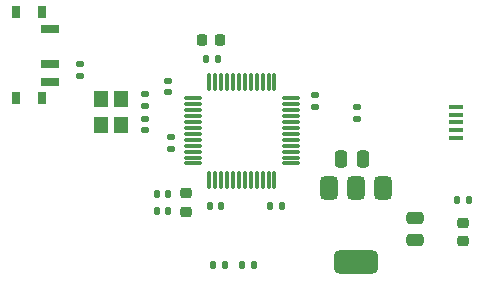
<source format=gbr>
%TF.GenerationSoftware,KiCad,Pcbnew,9.0.1*%
%TF.CreationDate,2025-05-17T01:13:42+02:00*%
%TF.ProjectId,kurs,6b757273-2e6b-4696-9361-645f70636258,rev?*%
%TF.SameCoordinates,Original*%
%TF.FileFunction,Paste,Top*%
%TF.FilePolarity,Positive*%
%FSLAX46Y46*%
G04 Gerber Fmt 4.6, Leading zero omitted, Abs format (unit mm)*
G04 Created by KiCad (PCBNEW 9.0.1) date 2025-05-17 01:13:42*
%MOMM*%
%LPD*%
G01*
G04 APERTURE LIST*
G04 Aperture macros list*
%AMRoundRect*
0 Rectangle with rounded corners*
0 $1 Rounding radius*
0 $2 $3 $4 $5 $6 $7 $8 $9 X,Y pos of 4 corners*
0 Add a 4 corners polygon primitive as box body*
4,1,4,$2,$3,$4,$5,$6,$7,$8,$9,$2,$3,0*
0 Add four circle primitives for the rounded corners*
1,1,$1+$1,$2,$3*
1,1,$1+$1,$4,$5*
1,1,$1+$1,$6,$7*
1,1,$1+$1,$8,$9*
0 Add four rect primitives between the rounded corners*
20,1,$1+$1,$2,$3,$4,$5,0*
20,1,$1+$1,$4,$5,$6,$7,0*
20,1,$1+$1,$6,$7,$8,$9,0*
20,1,$1+$1,$8,$9,$2,$3,0*%
G04 Aperture macros list end*
%ADD10R,0.800000X1.000000*%
%ADD11R,1.500000X0.700000*%
%ADD12R,1.200000X1.400000*%
%ADD13RoundRect,0.218750X0.256250X-0.218750X0.256250X0.218750X-0.256250X0.218750X-0.256250X-0.218750X0*%
%ADD14RoundRect,0.140000X-0.170000X0.140000X-0.170000X-0.140000X0.170000X-0.140000X0.170000X0.140000X0*%
%ADD15RoundRect,0.225000X-0.225000X-0.250000X0.225000X-0.250000X0.225000X0.250000X-0.225000X0.250000X0*%
%ADD16RoundRect,0.075000X-0.662500X-0.075000X0.662500X-0.075000X0.662500X0.075000X-0.662500X0.075000X0*%
%ADD17RoundRect,0.075000X-0.075000X-0.662500X0.075000X-0.662500X0.075000X0.662500X-0.075000X0.662500X0*%
%ADD18RoundRect,0.218750X-0.256250X0.218750X-0.256250X-0.218750X0.256250X-0.218750X0.256250X0.218750X0*%
%ADD19RoundRect,0.140000X0.170000X-0.140000X0.170000X0.140000X-0.170000X0.140000X-0.170000X-0.140000X0*%
%ADD20RoundRect,0.135000X-0.135000X-0.185000X0.135000X-0.185000X0.135000X0.185000X-0.135000X0.185000X0*%
%ADD21RoundRect,0.140000X0.140000X0.170000X-0.140000X0.170000X-0.140000X-0.170000X0.140000X-0.170000X0*%
%ADD22RoundRect,0.250000X-0.250000X-0.475000X0.250000X-0.475000X0.250000X0.475000X-0.250000X0.475000X0*%
%ADD23RoundRect,0.140000X-0.140000X-0.170000X0.140000X-0.170000X0.140000X0.170000X-0.140000X0.170000X0*%
%ADD24RoundRect,0.135000X0.135000X0.185000X-0.135000X0.185000X-0.135000X-0.185000X0.135000X-0.185000X0*%
%ADD25RoundRect,0.135000X0.185000X-0.135000X0.185000X0.135000X-0.185000X0.135000X-0.185000X-0.135000X0*%
%ADD26R,1.300000X0.450000*%
%ADD27RoundRect,0.250000X0.475000X-0.250000X0.475000X0.250000X-0.475000X0.250000X-0.475000X-0.250000X0*%
%ADD28RoundRect,0.135000X-0.185000X0.135000X-0.185000X-0.135000X0.185000X-0.135000X0.185000X0.135000X0*%
%ADD29RoundRect,0.375000X-0.375000X0.625000X-0.375000X-0.625000X0.375000X-0.625000X0.375000X0.625000X0*%
%ADD30RoundRect,0.500000X-1.400000X0.500000X-1.400000X-0.500000X1.400000X-0.500000X1.400000X0.500000X0*%
G04 APERTURE END LIST*
D10*
%TO.C,SW1*%
X51350000Y-58600000D03*
X49140000Y-58600000D03*
X51350000Y-65900000D03*
X49140000Y-65900000D03*
D11*
X52000000Y-60000000D03*
X52000000Y-63000000D03*
X52000000Y-64500000D03*
%TD*%
D12*
%TO.C,Y1*%
X56300000Y-66000000D03*
X56300000Y-68200000D03*
X58000000Y-68200000D03*
X58000000Y-66000000D03*
%TD*%
D13*
%TO.C,FB1*%
X63500000Y-75500000D03*
X63500000Y-73925000D03*
%TD*%
D14*
%TO.C,C3*%
X74400000Y-65640000D03*
X74400000Y-66600000D03*
%TD*%
D15*
%TO.C,C5*%
X64850000Y-61000000D03*
X66400000Y-61000000D03*
%TD*%
D16*
%TO.C,U1*%
X64087500Y-65912500D03*
X64087500Y-66412500D03*
X64087500Y-66912500D03*
X64087500Y-67412500D03*
X64087500Y-67912500D03*
X64087500Y-68412500D03*
X64087500Y-68912500D03*
X64087500Y-69412500D03*
X64087500Y-69912500D03*
X64087500Y-70412500D03*
X64087500Y-70912500D03*
X64087500Y-71412500D03*
D17*
X65500000Y-72825000D03*
X66000000Y-72825000D03*
X66500000Y-72825000D03*
X67000000Y-72825000D03*
X67500000Y-72825000D03*
X68000000Y-72825000D03*
X68500000Y-72825000D03*
X69000000Y-72825000D03*
X69500000Y-72825000D03*
X70000000Y-72825000D03*
X70500000Y-72825000D03*
X71000000Y-72825000D03*
D16*
X72412500Y-71412500D03*
X72412500Y-70912500D03*
X72412500Y-70412500D03*
X72412500Y-69912500D03*
X72412500Y-69412500D03*
X72412500Y-68912500D03*
X72412500Y-68412500D03*
X72412500Y-67912500D03*
X72412500Y-67412500D03*
X72412500Y-66912500D03*
X72412500Y-66412500D03*
X72412500Y-65912500D03*
D17*
X71000000Y-64500000D03*
X70500000Y-64500000D03*
X70000000Y-64500000D03*
X69500000Y-64500000D03*
X69000000Y-64500000D03*
X68500000Y-64500000D03*
X68000000Y-64500000D03*
X67500000Y-64500000D03*
X67000000Y-64500000D03*
X66500000Y-64500000D03*
X66000000Y-64500000D03*
X65500000Y-64500000D03*
%TD*%
D18*
%TO.C,D1*%
X87000000Y-76425000D03*
X87000000Y-78000000D03*
%TD*%
D19*
%TO.C,C10*%
X60000000Y-66520000D03*
X60000000Y-65560000D03*
%TD*%
D20*
%TO.C,R3*%
X86480000Y-74500000D03*
X87500000Y-74500000D03*
%TD*%
D19*
%TO.C,C1*%
X62000000Y-65400000D03*
X62000000Y-64440000D03*
%TD*%
D21*
%TO.C,C2*%
X71600000Y-75000000D03*
X70640000Y-75000000D03*
%TD*%
D22*
%TO.C,C12*%
X76600000Y-71000000D03*
X78500000Y-71000000D03*
%TD*%
D21*
%TO.C,C8*%
X62000000Y-75400000D03*
X61040000Y-75400000D03*
%TD*%
D19*
%TO.C,C6*%
X62200000Y-70160000D03*
X62200000Y-69200000D03*
%TD*%
D23*
%TO.C,C9*%
X65540000Y-75000000D03*
X66500000Y-75000000D03*
%TD*%
D21*
%TO.C,C7*%
X62000000Y-74000000D03*
X61040000Y-74000000D03*
%TD*%
D24*
%TO.C,R4*%
X66800000Y-80000000D03*
X65780000Y-80000000D03*
%TD*%
D25*
%TO.C,R1*%
X54500000Y-64000000D03*
X54500000Y-62980000D03*
%TD*%
D26*
%TO.C,J1*%
X86400000Y-69225000D03*
X86400000Y-68575000D03*
X86400000Y-67925000D03*
X86400000Y-67275000D03*
X86400000Y-66625000D03*
%TD*%
D20*
%TO.C,R5*%
X68280000Y-80000000D03*
X69300000Y-80000000D03*
%TD*%
D23*
%TO.C,C4*%
X65240000Y-62600000D03*
X66200000Y-62600000D03*
%TD*%
D27*
%TO.C,C13*%
X82900000Y-77900000D03*
X82900000Y-76000000D03*
%TD*%
D28*
%TO.C,R2*%
X78000000Y-66600000D03*
X78000000Y-67620000D03*
%TD*%
D19*
%TO.C,C11*%
X60000000Y-68600000D03*
X60000000Y-67640000D03*
%TD*%
D29*
%TO.C,U2*%
X80200000Y-73500000D03*
X77900000Y-73500000D03*
D30*
X77900000Y-79800000D03*
D29*
X75600000Y-73500000D03*
%TD*%
M02*

</source>
